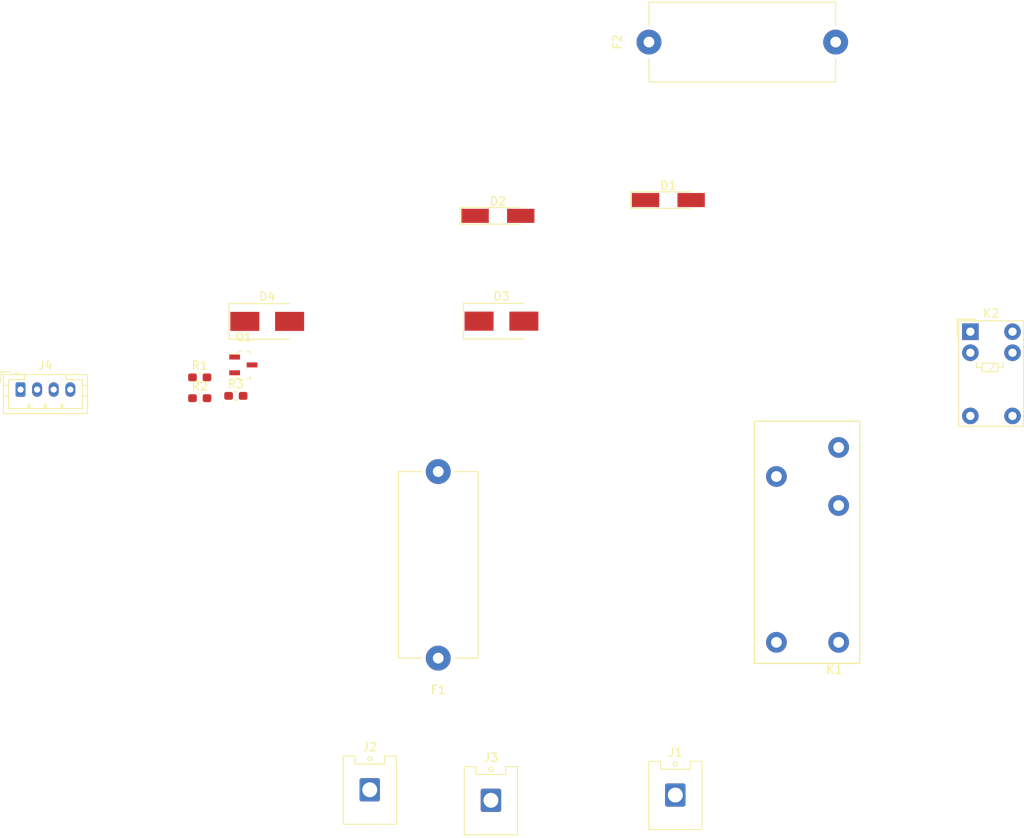
<source format=kicad_pcb>
(kicad_pcb (version 20171130) (host pcbnew 5.1.6-c6e7f7d~87~ubuntu18.04.1)

  (general
    (thickness 1.6)
    (drawings 0)
    (tracks 0)
    (zones 0)
    (modules 16)
    (nets 14)
  )

  (page A4)
  (layers
    (0 F.Cu signal)
    (31 B.Cu signal)
    (32 B.Adhes user)
    (33 F.Adhes user)
    (34 B.Paste user)
    (35 F.Paste user)
    (36 B.SilkS user)
    (37 F.SilkS user)
    (38 B.Mask user)
    (39 F.Mask user)
    (40 Dwgs.User user)
    (41 Cmts.User user)
    (42 Eco1.User user)
    (43 Eco2.User user)
    (44 Edge.Cuts user)
    (45 Margin user)
    (46 B.CrtYd user)
    (47 F.CrtYd user)
    (48 B.Fab user hide)
    (49 F.Fab user hide)
  )

  (setup
    (last_trace_width 0.25)
    (trace_clearance 0.2)
    (zone_clearance 0.508)
    (zone_45_only no)
    (trace_min 0.2)
    (via_size 0.8)
    (via_drill 0.4)
    (via_min_size 0.4)
    (via_min_drill 0.3)
    (uvia_size 0.3)
    (uvia_drill 0.1)
    (uvias_allowed no)
    (uvia_min_size 0.2)
    (uvia_min_drill 0.1)
    (edge_width 0.05)
    (segment_width 0.2)
    (pcb_text_width 0.3)
    (pcb_text_size 1.5 1.5)
    (mod_edge_width 0.12)
    (mod_text_size 1 1)
    (mod_text_width 0.15)
    (pad_size 1.524 1.524)
    (pad_drill 0.762)
    (pad_to_mask_clearance 0.05)
    (aux_axis_origin 0 0)
    (visible_elements FFFFFF7F)
    (pcbplotparams
      (layerselection 0x010fc_ffffffff)
      (usegerberextensions false)
      (usegerberattributes true)
      (usegerberadvancedattributes true)
      (creategerberjobfile true)
      (excludeedgelayer true)
      (linewidth 0.100000)
      (plotframeref false)
      (viasonmask false)
      (mode 1)
      (useauxorigin false)
      (hpglpennumber 1)
      (hpglpenspeed 20)
      (hpglpendiameter 15.000000)
      (psnegative false)
      (psa4output false)
      (plotreference true)
      (plotvalue true)
      (plotinvisibletext false)
      (padsonsilk false)
      (subtractmaskfromsilk false)
      (outputformat 1)
      (mirror false)
      (drillshape 1)
      (scaleselection 1)
      (outputdirectory ""))
  )

  (net 0 "")
  (net 1 "Net-(D1-Pad2)")
  (net 2 /pre/discharge/SHDN_IN)
  (net 3 GND)
  (net 4 /pre/discharge/AIR_B+)
  (net 5 "Net-(F1-Pad1)")
  (net 6 "Net-(F1-Pad2)")
  (net 7 "Net-(F2-Pad1)")
  (net 8 "Net-(F2-Pad2)")
  (net 9 "Net-(J3-Pad1)")
  (net 10 "Net-(K1-Pad5)")
  (net 11 "Net-(Q1-Pad1)")
  (net 12 "Net-(Q1-Pad2)")
  (net 13 /pre/discharge/PRECHARGE)

  (net_class Default "This is the default net class."
    (clearance 0.2)
    (trace_width 0.25)
    (via_dia 0.8)
    (via_drill 0.4)
    (uvia_dia 0.3)
    (uvia_drill 0.1)
    (add_net /pre/discharge/AIR_B+)
    (add_net /pre/discharge/MAIN_CONT)
    (add_net /pre/discharge/PRECHARGE)
    (add_net /pre/discharge/SHDN_IN)
    (add_net GND)
    (add_net "Net-(D1-Pad2)")
    (add_net "Net-(D2-Pad1)")
    (add_net "Net-(F1-Pad1)")
    (add_net "Net-(F1-Pad2)")
    (add_net "Net-(F2-Pad1)")
    (add_net "Net-(F2-Pad2)")
    (add_net "Net-(J3-Pad1)")
    (add_net "Net-(K1-Pad5)")
    (add_net "Net-(K2-Pad1)")
    (add_net "Net-(Q1-Pad1)")
    (add_net "Net-(Q1-Pad2)")
  )

  (module AERO_CUSTOM:G2RL (layer F.Cu) (tedit 5DD0CD17) (tstamp 5FA2D257)
    (at 165.1 104.14 90)
    (path /5FA4E758/5FA581F7)
    (fp_text reference K1 (at -16.002 3.302) (layer F.SilkS)
      (effects (font (size 1 1) (thickness 0.15)))
    )
    (fp_text value G2RL (at -1.27 -3.81 90) (layer F.Fab)
      (effects (font (size 1 1) (thickness 0.15)))
    )
    (fp_line (start -15.24 -6.35) (end 13.97 -6.35) (layer F.SilkS) (width 0.15))
    (fp_line (start 13.97 -6.35) (end 13.97 6.35) (layer F.SilkS) (width 0.15))
    (fp_line (start 13.97 6.35) (end -15.24 6.35) (layer F.SilkS) (width 0.15))
    (fp_line (start -15.24 6.35) (end -15.24 -6.35) (layer F.SilkS) (width 0.15))
    (pad 1 thru_hole circle (at 3.8 3.81 90) (size 2.5 2.5) (drill 1.3) (layers *.Cu *.Mask)
      (net 5 "Net-(F1-Pad1)"))
    (pad 5 thru_hole circle (at 7.3 -3.69 90) (size 2.5 2.5) (drill 1.3) (layers *.Cu *.Mask)
      (net 10 "Net-(K1-Pad5)"))
    (pad 10 thru_hole circle (at 10.8 3.81 90) (size 2.5 2.5) (drill 1.3) (layers *.Cu *.Mask)
      (net 7 "Net-(F2-Pad1)"))
    (pad 2 thru_hole circle (at -12.7 -3.69 90) (size 2.5 2.5) (drill 1.3) (layers *.Cu *.Mask)
      (net 2 /pre/discharge/SHDN_IN))
    (pad 9 thru_hole circle (at -12.7 3.81 90) (size 2.5 2.5) (drill 1.3) (layers *.Cu *.Mask)
      (net 1 "Net-(D1-Pad2)"))
    (model ${AERO_3D}/G2RL.STEP
      (offset (xyz -0.635 0 0))
      (scale (xyz 1 1 1))
      (rotate (xyz -90 0 0))
    )
  )

  (module Resistor_SMD:R_0603_1608Metric_Pad1.05x0.95mm_HandSolder (layer F.Cu) (tedit 5B301BBD) (tstamp 5FA2D2C9)
    (at 96.255 87.115)
    (descr "Resistor SMD 0603 (1608 Metric), square (rectangular) end terminal, IPC_7351 nominal with elongated pad for handsoldering. (Body size source: http://www.tortai-tech.com/upload/download/2011102023233369053.pdf), generated with kicad-footprint-generator")
    (tags "resistor handsolder")
    (path /5FA4E758/5FA7C7E5)
    (attr smd)
    (fp_text reference R3 (at 0 -1.43) (layer F.SilkS)
      (effects (font (size 1 1) (thickness 0.15)))
    )
    (fp_text value R (at 0 1.43) (layer F.Fab)
      (effects (font (size 1 1) (thickness 0.15)))
    )
    (fp_text user %R (at 0 0) (layer F.Fab)
      (effects (font (size 0.4 0.4) (thickness 0.06)))
    )
    (fp_line (start -0.8 0.4) (end -0.8 -0.4) (layer F.Fab) (width 0.1))
    (fp_line (start -0.8 -0.4) (end 0.8 -0.4) (layer F.Fab) (width 0.1))
    (fp_line (start 0.8 -0.4) (end 0.8 0.4) (layer F.Fab) (width 0.1))
    (fp_line (start 0.8 0.4) (end -0.8 0.4) (layer F.Fab) (width 0.1))
    (fp_line (start -0.171267 -0.51) (end 0.171267 -0.51) (layer F.SilkS) (width 0.12))
    (fp_line (start -0.171267 0.51) (end 0.171267 0.51) (layer F.SilkS) (width 0.12))
    (fp_line (start -1.65 0.73) (end -1.65 -0.73) (layer F.CrtYd) (width 0.05))
    (fp_line (start -1.65 -0.73) (end 1.65 -0.73) (layer F.CrtYd) (width 0.05))
    (fp_line (start 1.65 -0.73) (end 1.65 0.73) (layer F.CrtYd) (width 0.05))
    (fp_line (start 1.65 0.73) (end -1.65 0.73) (layer F.CrtYd) (width 0.05))
    (pad 2 smd roundrect (at 0.875 0) (size 1.05 0.95) (layers F.Cu F.Paste F.Mask) (roundrect_rratio 0.25)
      (net 12 "Net-(Q1-Pad2)"))
    (pad 1 smd roundrect (at -0.875 0) (size 1.05 0.95) (layers F.Cu F.Paste F.Mask) (roundrect_rratio 0.25)
      (net 13 /pre/discharge/PRECHARGE))
    (model ${KISYS3DMOD}/Resistor_SMD.3dshapes/R_0603_1608Metric.wrl
      (at (xyz 0 0 0))
      (scale (xyz 1 1 1))
      (rotate (xyz 0 0 0))
    )
  )

  (module Resistor_SMD:R_0603_1608Metric_Pad1.05x0.95mm_HandSolder (layer F.Cu) (tedit 5B301BBD) (tstamp 5FA2D2B8)
    (at 91.905 87.395)
    (descr "Resistor SMD 0603 (1608 Metric), square (rectangular) end terminal, IPC_7351 nominal with elongated pad for handsoldering. (Body size source: http://www.tortai-tech.com/upload/download/2011102023233369053.pdf), generated with kicad-footprint-generator")
    (tags "resistor handsolder")
    (path /5FA4E758/5FA7C35B)
    (attr smd)
    (fp_text reference R2 (at 0 -1.43) (layer F.SilkS)
      (effects (font (size 1 1) (thickness 0.15)))
    )
    (fp_text value R (at 0 1.43) (layer F.Fab)
      (effects (font (size 1 1) (thickness 0.15)))
    )
    (fp_text user %R (at 0 0) (layer F.Fab)
      (effects (font (size 0.4 0.4) (thickness 0.06)))
    )
    (fp_line (start -0.8 0.4) (end -0.8 -0.4) (layer F.Fab) (width 0.1))
    (fp_line (start -0.8 -0.4) (end 0.8 -0.4) (layer F.Fab) (width 0.1))
    (fp_line (start 0.8 -0.4) (end 0.8 0.4) (layer F.Fab) (width 0.1))
    (fp_line (start 0.8 0.4) (end -0.8 0.4) (layer F.Fab) (width 0.1))
    (fp_line (start -0.171267 -0.51) (end 0.171267 -0.51) (layer F.SilkS) (width 0.12))
    (fp_line (start -0.171267 0.51) (end 0.171267 0.51) (layer F.SilkS) (width 0.12))
    (fp_line (start -1.65 0.73) (end -1.65 -0.73) (layer F.CrtYd) (width 0.05))
    (fp_line (start -1.65 -0.73) (end 1.65 -0.73) (layer F.CrtYd) (width 0.05))
    (fp_line (start 1.65 -0.73) (end 1.65 0.73) (layer F.CrtYd) (width 0.05))
    (fp_line (start 1.65 0.73) (end -1.65 0.73) (layer F.CrtYd) (width 0.05))
    (pad 2 smd roundrect (at 0.875 0) (size 1.05 0.95) (layers F.Cu F.Paste F.Mask) (roundrect_rratio 0.25)
      (net 11 "Net-(Q1-Pad1)"))
    (pad 1 smd roundrect (at -0.875 0) (size 1.05 0.95) (layers F.Cu F.Paste F.Mask) (roundrect_rratio 0.25)
      (net 13 /pre/discharge/PRECHARGE))
    (model ${KISYS3DMOD}/Resistor_SMD.3dshapes/R_0603_1608Metric.wrl
      (at (xyz 0 0 0))
      (scale (xyz 1 1 1))
      (rotate (xyz 0 0 0))
    )
  )

  (module Resistor_SMD:R_0603_1608Metric_Pad1.05x0.95mm_HandSolder (layer F.Cu) (tedit 5B301BBD) (tstamp 5FA2D2A7)
    (at 91.905 84.885)
    (descr "Resistor SMD 0603 (1608 Metric), square (rectangular) end terminal, IPC_7351 nominal with elongated pad for handsoldering. (Body size source: http://www.tortai-tech.com/upload/download/2011102023233369053.pdf), generated with kicad-footprint-generator")
    (tags "resistor handsolder")
    (path /5FA4E758/5FA581F1)
    (attr smd)
    (fp_text reference R1 (at 0 -1.43) (layer F.SilkS)
      (effects (font (size 1 1) (thickness 0.15)))
    )
    (fp_text value R (at 0 1.43) (layer F.Fab)
      (effects (font (size 1 1) (thickness 0.15)))
    )
    (fp_text user %R (at 0 0) (layer F.Fab)
      (effects (font (size 0.4 0.4) (thickness 0.06)))
    )
    (fp_line (start -0.8 0.4) (end -0.8 -0.4) (layer F.Fab) (width 0.1))
    (fp_line (start -0.8 -0.4) (end 0.8 -0.4) (layer F.Fab) (width 0.1))
    (fp_line (start 0.8 -0.4) (end 0.8 0.4) (layer F.Fab) (width 0.1))
    (fp_line (start 0.8 0.4) (end -0.8 0.4) (layer F.Fab) (width 0.1))
    (fp_line (start -0.171267 -0.51) (end 0.171267 -0.51) (layer F.SilkS) (width 0.12))
    (fp_line (start -0.171267 0.51) (end 0.171267 0.51) (layer F.SilkS) (width 0.12))
    (fp_line (start -1.65 0.73) (end -1.65 -0.73) (layer F.CrtYd) (width 0.05))
    (fp_line (start -1.65 -0.73) (end 1.65 -0.73) (layer F.CrtYd) (width 0.05))
    (fp_line (start 1.65 -0.73) (end 1.65 0.73) (layer F.CrtYd) (width 0.05))
    (fp_line (start 1.65 0.73) (end -1.65 0.73) (layer F.CrtYd) (width 0.05))
    (pad 2 smd roundrect (at 0.875 0) (size 1.05 0.95) (layers F.Cu F.Paste F.Mask) (roundrect_rratio 0.25)
      (net 9 "Net-(J3-Pad1)"))
    (pad 1 smd roundrect (at -0.875 0) (size 1.05 0.95) (layers F.Cu F.Paste F.Mask) (roundrect_rratio 0.25)
      (net 10 "Net-(K1-Pad5)"))
    (model ${KISYS3DMOD}/Resistor_SMD.3dshapes/R_0603_1608Metric.wrl
      (at (xyz 0 0 0))
      (scale (xyz 1 1 1))
      (rotate (xyz 0 0 0))
    )
  )

  (module DigiKey_Lib:SOT-23-3 (layer F.Cu) (tedit 5D28A5E3) (tstamp 5FA2D296)
    (at 97.16 83.385)
    (path /5FA4E758/5FA7B6ED)
    (attr smd)
    (fp_text reference Q1 (at 0.025 -3.375) (layer F.SilkS)
      (effects (font (size 1 1) (thickness 0.15)))
    )
    (fp_text value MMBT2222A (at 0.025 3.25) (layer F.Fab)
      (effects (font (size 1 1) (thickness 0.15)))
    )
    (fp_text user %R (at -0.125 0.15) (layer F.Fab)
      (effects (font (size 0.25 0.25) (thickness 0.05)))
    )
    (fp_line (start -1.825 -1.95) (end 1.825 -1.95) (layer F.CrtYd) (width 0.05))
    (fp_line (start -1.825 -1.95) (end -1.825 1.95) (layer F.CrtYd) (width 0.05))
    (fp_line (start 1.825 1.95) (end -1.825 1.95) (layer F.CrtYd) (width 0.05))
    (fp_line (start 1.825 -1.95) (end 1.825 1.95) (layer F.CrtYd) (width 0.05))
    (fp_line (start -0.175 -1.65) (end -0.45 -1.65) (layer F.SilkS) (width 0.1))
    (fp_line (start -0.45 -1.65) (end -0.825 -1.375) (layer F.SilkS) (width 0.1))
    (fp_line (start -0.825 -1.375) (end -0.825 -1.325) (layer F.SilkS) (width 0.1))
    (fp_line (start -0.825 -1.325) (end -1.6 -1.325) (layer F.SilkS) (width 0.1))
    (fp_line (start -0.7 -1.325) (end -0.7 1.525) (layer F.Fab) (width 0.1))
    (fp_line (start -0.425 -1.525) (end 0.7 -1.525) (layer F.Fab) (width 0.1))
    (fp_line (start -0.425 -1.525) (end -0.7 -1.325) (layer F.Fab) (width 0.1))
    (fp_line (start -0.35 1.65) (end -0.825 1.65) (layer F.SilkS) (width 0.1))
    (fp_line (start -0.825 1.65) (end -0.825 1.3) (layer F.SilkS) (width 0.1))
    (fp_line (start 0.825 1.425) (end 0.825 1.3) (layer F.SilkS) (width 0.1))
    (fp_line (start 0.825 1.35) (end 0.825 1.65) (layer F.SilkS) (width 0.1))
    (fp_line (start 0.825 1.65) (end 0.375 1.65) (layer F.SilkS) (width 0.1))
    (fp_line (start 0.45 -1.65) (end 0.825 -1.65) (layer F.SilkS) (width 0.1))
    (fp_line (start 0.825 -1.65) (end 0.825 -1.35) (layer F.SilkS) (width 0.1))
    (fp_line (start -0.7 1.52) (end 0.7 1.52) (layer F.Fab) (width 0.1))
    (fp_line (start 0.7 1.52) (end 0.7 -1.52) (layer F.Fab) (width 0.1))
    (pad 1 smd rect (at -1.05 -0.95) (size 1.3 0.6) (layers F.Cu F.Paste F.Mask)
      (net 11 "Net-(Q1-Pad1)") (solder_mask_margin 0.07))
    (pad 2 smd rect (at -1.05 0.95) (size 1.3 0.6) (layers F.Cu F.Paste F.Mask)
      (net 12 "Net-(Q1-Pad2)") (solder_mask_margin 0.07))
    (pad 3 smd rect (at 1.05 0) (size 1.3 0.6) (layers F.Cu F.Paste F.Mask)
      (net 1 "Net-(D1-Pad2)") (solder_mask_margin 0.07))
  )

  (module Relay_THT:Relay_SPDT_Omron_G5V-1 (layer F.Cu) (tedit 5A57D9C3) (tstamp 5FA2D27A)
    (at 184.785 79.375)
    (descr "Relay Omron G5V-1, see http://omronfs.omron.com/en_US/ecb/products/pdf/en-g5v_1.pdf")
    (tags "Relay Omron G5V-1")
    (path /5FA4E758/5FA58209)
    (fp_text reference K2 (at 2.5 -2.2) (layer F.SilkS)
      (effects (font (size 1 1) (thickness 0.15)))
    )
    (fp_text value G5V-1 (at 2.5 12.5) (layer F.Fab)
      (effects (font (size 1 1) (thickness 0.15)))
    )
    (fp_text user %R (at 2.54 6.35) (layer F.Fab)
      (effects (font (size 1 1) (thickness 0.15)))
    )
    (fp_line (start -1.6 -1.5) (end 0.6 -1.5) (layer F.SilkS) (width 0.12))
    (fp_line (start -1.6 0.6) (end -1.6 -1.5) (layer F.SilkS) (width 0.12))
    (fp_line (start -1.4 11.4) (end -1.4 -1.3) (layer F.SilkS) (width 0.12))
    (fp_line (start 6.4 11.4) (end -1.4 11.4) (layer F.SilkS) (width 0.12))
    (fp_line (start 6.4 -1.3) (end 6.4 11.4) (layer F.SilkS) (width 0.12))
    (fp_line (start -1.4 -1.3) (end 6.4 -1.3) (layer F.SilkS) (width 0.12))
    (fp_line (start -1.2 -0.1) (end -0.1 -1.1) (layer F.Fab) (width 0.12))
    (fp_line (start -1.2 11.2) (end -1.2 -0.1) (layer F.Fab) (width 0.12))
    (fp_line (start 6.2 11.2) (end -1.2 11.2) (layer F.Fab) (width 0.12))
    (fp_line (start 6.2 -1.1) (end 6.2 11.2) (layer F.Fab) (width 0.12))
    (fp_line (start -0.1 -1.1) (end 6.2 -1.1) (layer F.Fab) (width 0.12))
    (fp_line (start 2.946 3.81) (end 2.311 4.826) (layer F.SilkS) (width 0.12))
    (fp_line (start 0.762 3.683) (end 0.762 4.318) (layer F.SilkS) (width 0.12))
    (fp_line (start 0.762 4.318) (end 1.422 4.318) (layer F.SilkS) (width 0.12))
    (fp_line (start 3.962 3.683) (end 3.962 4.318) (layer F.SilkS) (width 0.12))
    (fp_line (start 3.962 4.318) (end 3.327 4.318) (layer F.SilkS) (width 0.12))
    (fp_line (start 3.327 3.81) (end 1.422 3.81) (layer F.SilkS) (width 0.12))
    (fp_line (start 1.422 3.81) (end 1.422 4.826) (layer F.SilkS) (width 0.12))
    (fp_line (start 1.422 4.826) (end 3.327 4.826) (layer F.SilkS) (width 0.12))
    (fp_line (start 3.327 3.81) (end 3.327 4.826) (layer F.SilkS) (width 0.12))
    (fp_line (start -1.45 -1.35) (end 6.45 -1.35) (layer F.CrtYd) (width 0.05))
    (fp_line (start -1.45 -1.35) (end -1.45 11.45) (layer F.CrtYd) (width 0.05))
    (fp_line (start 6.45 11.45) (end 6.45 -1.35) (layer F.CrtYd) (width 0.05))
    (fp_line (start 6.45 11.45) (end -1.45 11.45) (layer F.CrtYd) (width 0.05))
    (pad 5 thru_hole circle (at 0 10.16) (size 2 2) (drill 1) (layers *.Cu *.Mask)
      (net 4 /pre/discharge/AIR_B+))
    (pad 6 thru_hole circle (at 5.08 10.16) (size 2 2) (drill 1) (layers *.Cu *.Mask)
      (net 4 /pre/discharge/AIR_B+))
    (pad 2 thru_hole circle (at 0 2.54) (size 2 2) (drill 1) (layers *.Cu *.Mask))
    (pad 1 thru_hole rect (at 0 0) (size 2 2) (drill 1) (layers *.Cu *.Mask))
    (pad 9 thru_hole circle (at 5.08 2.54) (size 2 2) (drill 1) (layers *.Cu *.Mask)
      (net 3 GND))
    (pad 10 thru_hole circle (at 5.08 0) (size 2 2) (drill 1) (layers *.Cu *.Mask)
      (net 2 /pre/discharge/SHDN_IN))
    (model ${KISYS3DMOD}/Relay_THT.3dshapes/Relay_SPDT_Omron_G5V-1.wrl
      (at (xyz 0 0 0))
      (scale (xyz 1 1 1))
      (rotate (xyz 0 0 0))
    )
  )

  (module Connector_JST:JST_PH_B4B-PH-K_1x04_P2.00mm_Vertical (layer F.Cu) (tedit 5B7745C2) (tstamp 5FA2D234)
    (at 70.305 86.355)
    (descr "JST PH series connector, B4B-PH-K (http://www.jst-mfg.com/product/pdf/eng/ePH.pdf), generated with kicad-footprint-generator")
    (tags "connector JST PH side entry")
    (path /5FA4E758/5FA9D276)
    (fp_text reference J4 (at 3 -2.9) (layer F.SilkS)
      (effects (font (size 1 1) (thickness 0.15)))
    )
    (fp_text value "JST PH" (at 3 4) (layer F.Fab)
      (effects (font (size 1 1) (thickness 0.15)))
    )
    (fp_text user %R (at 3 1.5) (layer F.Fab)
      (effects (font (size 1 1) (thickness 0.15)))
    )
    (fp_line (start -2.06 -1.81) (end -2.06 2.91) (layer F.SilkS) (width 0.12))
    (fp_line (start -2.06 2.91) (end 8.06 2.91) (layer F.SilkS) (width 0.12))
    (fp_line (start 8.06 2.91) (end 8.06 -1.81) (layer F.SilkS) (width 0.12))
    (fp_line (start 8.06 -1.81) (end -2.06 -1.81) (layer F.SilkS) (width 0.12))
    (fp_line (start -0.3 -1.81) (end -0.3 -2.01) (layer F.SilkS) (width 0.12))
    (fp_line (start -0.3 -2.01) (end -0.6 -2.01) (layer F.SilkS) (width 0.12))
    (fp_line (start -0.6 -2.01) (end -0.6 -1.81) (layer F.SilkS) (width 0.12))
    (fp_line (start -0.3 -1.91) (end -0.6 -1.91) (layer F.SilkS) (width 0.12))
    (fp_line (start 0.5 -1.81) (end 0.5 -1.2) (layer F.SilkS) (width 0.12))
    (fp_line (start 0.5 -1.2) (end -1.45 -1.2) (layer F.SilkS) (width 0.12))
    (fp_line (start -1.45 -1.2) (end -1.45 2.3) (layer F.SilkS) (width 0.12))
    (fp_line (start -1.45 2.3) (end 7.45 2.3) (layer F.SilkS) (width 0.12))
    (fp_line (start 7.45 2.3) (end 7.45 -1.2) (layer F.SilkS) (width 0.12))
    (fp_line (start 7.45 -1.2) (end 5.5 -1.2) (layer F.SilkS) (width 0.12))
    (fp_line (start 5.5 -1.2) (end 5.5 -1.81) (layer F.SilkS) (width 0.12))
    (fp_line (start -2.06 -0.5) (end -1.45 -0.5) (layer F.SilkS) (width 0.12))
    (fp_line (start -2.06 0.8) (end -1.45 0.8) (layer F.SilkS) (width 0.12))
    (fp_line (start 8.06 -0.5) (end 7.45 -0.5) (layer F.SilkS) (width 0.12))
    (fp_line (start 8.06 0.8) (end 7.45 0.8) (layer F.SilkS) (width 0.12))
    (fp_line (start 0.9 2.3) (end 0.9 1.8) (layer F.SilkS) (width 0.12))
    (fp_line (start 0.9 1.8) (end 1.1 1.8) (layer F.SilkS) (width 0.12))
    (fp_line (start 1.1 1.8) (end 1.1 2.3) (layer F.SilkS) (width 0.12))
    (fp_line (start 1 2.3) (end 1 1.8) (layer F.SilkS) (width 0.12))
    (fp_line (start 2.9 2.3) (end 2.9 1.8) (layer F.SilkS) (width 0.12))
    (fp_line (start 2.9 1.8) (end 3.1 1.8) (layer F.SilkS) (width 0.12))
    (fp_line (start 3.1 1.8) (end 3.1 2.3) (layer F.SilkS) (width 0.12))
    (fp_line (start 3 2.3) (end 3 1.8) (layer F.SilkS) (width 0.12))
    (fp_line (start 4.9 2.3) (end 4.9 1.8) (layer F.SilkS) (width 0.12))
    (fp_line (start 4.9 1.8) (end 5.1 1.8) (layer F.SilkS) (width 0.12))
    (fp_line (start 5.1 1.8) (end 5.1 2.3) (layer F.SilkS) (width 0.12))
    (fp_line (start 5 2.3) (end 5 1.8) (layer F.SilkS) (width 0.12))
    (fp_line (start -1.11 -2.11) (end -2.36 -2.11) (layer F.SilkS) (width 0.12))
    (fp_line (start -2.36 -2.11) (end -2.36 -0.86) (layer F.SilkS) (width 0.12))
    (fp_line (start -1.11 -2.11) (end -2.36 -2.11) (layer F.Fab) (width 0.1))
    (fp_line (start -2.36 -2.11) (end -2.36 -0.86) (layer F.Fab) (width 0.1))
    (fp_line (start -1.95 -1.7) (end -1.95 2.8) (layer F.Fab) (width 0.1))
    (fp_line (start -1.95 2.8) (end 7.95 2.8) (layer F.Fab) (width 0.1))
    (fp_line (start 7.95 2.8) (end 7.95 -1.7) (layer F.Fab) (width 0.1))
    (fp_line (start 7.95 -1.7) (end -1.95 -1.7) (layer F.Fab) (width 0.1))
    (fp_line (start -2.45 -2.2) (end -2.45 3.3) (layer F.CrtYd) (width 0.05))
    (fp_line (start -2.45 3.3) (end 8.45 3.3) (layer F.CrtYd) (width 0.05))
    (fp_line (start 8.45 3.3) (end 8.45 -2.2) (layer F.CrtYd) (width 0.05))
    (fp_line (start 8.45 -2.2) (end -2.45 -2.2) (layer F.CrtYd) (width 0.05))
    (pad 4 thru_hole oval (at 6 0) (size 1.2 1.75) (drill 0.75) (layers *.Cu *.Mask)
      (net 3 GND))
    (pad 3 thru_hole oval (at 4 0) (size 1.2 1.75) (drill 0.75) (layers *.Cu *.Mask)
      (net 3 GND))
    (pad 2 thru_hole oval (at 2 0) (size 1.2 1.75) (drill 0.75) (layers *.Cu *.Mask)
      (net 4 /pre/discharge/AIR_B+))
    (pad 1 thru_hole roundrect (at 0 0) (size 1.2 1.75) (drill 0.75) (layers *.Cu *.Mask) (roundrect_rratio 0.208333)
      (net 2 /pre/discharge/SHDN_IN))
    (model ${KISYS3DMOD}/Connector_JST.3dshapes/JST_PH_B4B-PH-K_1x04_P2.00mm_Vertical.wrl
      (at (xyz 0 0 0))
      (scale (xyz 1 1 1))
      (rotate (xyz 0 0 0))
    )
  )

  (module Connector_Hirose:Hirose_DF63R-1P-3.96DSA_1x01_P3.96mm_Vertical (layer F.Cu) (tedit 5D127D5A) (tstamp 5FA2D200)
    (at 127 135.89)
    (descr "Hirose DF63 through hole, DF63R-1P-3.96DSA, 1 Pins per row (https://www.hirose.com/product/en/products/DF63/), generated with kicad-footprint-generator")
    (tags "connector Hirose DF63 vertical")
    (path /5FA4E758/5FA59BC5)
    (fp_text reference J3 (at 0 -5.15) (layer F.SilkS)
      (effects (font (size 1 1) (thickness 0.15)))
    )
    (fp_text value "DF22-1P-7.92DSA(05)" (at 0 5.25) (layer F.Fab)
      (effects (font (size 1 1) (thickness 0.15)))
    )
    (fp_text user %R (at 0 -3.75) (layer F.Fab)
      (effects (font (size 1 1) (thickness 0.15)))
    )
    (fp_circle (center 0 -3.75) (end 0.25 -3.75) (layer F.SilkS) (width 0.12))
    (fp_line (start 0 4.05) (end -3.1 4.05) (layer F.Fab) (width 0.1))
    (fp_line (start -3.1 4.05) (end -3.1 -3.95) (layer F.Fab) (width 0.1))
    (fp_line (start -3.1 -3.95) (end -1.9 -3.95) (layer F.Fab) (width 0.1))
    (fp_line (start -1.9 -3.95) (end -1.9 -3) (layer F.Fab) (width 0.1))
    (fp_line (start -1.9 -3) (end 0 -3) (layer F.Fab) (width 0.1))
    (fp_line (start 0 4.05) (end 3.1 4.05) (layer F.Fab) (width 0.1))
    (fp_line (start 3.1 4.05) (end 3.1 -3.95) (layer F.Fab) (width 0.1))
    (fp_line (start 3.1 -3.95) (end 1.9 -3.95) (layer F.Fab) (width 0.1))
    (fp_line (start 1.9 -3.95) (end 1.9 -3) (layer F.Fab) (width 0.1))
    (fp_line (start 1.9 -3) (end 0 -3) (layer F.Fab) (width 0.1))
    (fp_line (start 0 4.16) (end -3.21 4.16) (layer F.SilkS) (width 0.12))
    (fp_line (start -3.21 4.16) (end -3.21 -4.06) (layer F.SilkS) (width 0.12))
    (fp_line (start -3.21 -4.06) (end -1.79 -4.06) (layer F.SilkS) (width 0.12))
    (fp_line (start -1.79 -4.06) (end -1.79 -3.11) (layer F.SilkS) (width 0.12))
    (fp_line (start -1.79 -3.11) (end 0 -3.11) (layer F.SilkS) (width 0.12))
    (fp_line (start 0 4.16) (end 3.21 4.16) (layer F.SilkS) (width 0.12))
    (fp_line (start 3.21 4.16) (end 3.21 -4.06) (layer F.SilkS) (width 0.12))
    (fp_line (start 3.21 -4.06) (end 1.79 -4.06) (layer F.SilkS) (width 0.12))
    (fp_line (start 1.79 -4.06) (end 1.79 -3.11) (layer F.SilkS) (width 0.12))
    (fp_line (start 1.79 -3.11) (end 0 -3.11) (layer F.SilkS) (width 0.12))
    (fp_line (start -1 -3) (end 0 -1.585786) (layer F.Fab) (width 0.1))
    (fp_line (start 0 -1.585786) (end 1 -3) (layer F.Fab) (width 0.1))
    (fp_line (start -3.6 -4.45) (end -3.6 4.55) (layer F.CrtYd) (width 0.05))
    (fp_line (start -3.6 4.55) (end 3.6 4.55) (layer F.CrtYd) (width 0.05))
    (fp_line (start 3.6 4.55) (end 3.6 -4.45) (layer F.CrtYd) (width 0.05))
    (fp_line (start 3.6 -4.45) (end -3.6 -4.45) (layer F.CrtYd) (width 0.05))
    (pad "" np_thru_hole circle (at 1.5 3.25) (size 1.6 1.6) (drill 1.6) (layers *.Cu *.Mask))
    (pad 1 thru_hole roundrect (at 0 0) (size 2.46 2.8) (drill 1.8) (layers *.Cu *.Mask) (roundrect_rratio 0.101626)
      (net 9 "Net-(J3-Pad1)"))
    (model ${KISYS3DMOD}/Connector_Hirose.3dshapes/Hirose_DF63R-1P-3.96DSA_1x01_P3.96mm_Vertical.wrl
      (at (xyz 0 0 0))
      (scale (xyz 1 1 1))
      (rotate (xyz 0 0 0))
    )
  )

  (module Connector_Hirose:Hirose_DF63R-1P-3.96DSA_1x01_P3.96mm_Vertical (layer F.Cu) (tedit 5D127D5A) (tstamp 5FA2D1DE)
    (at 112.395 134.62)
    (descr "Hirose DF63 through hole, DF63R-1P-3.96DSA, 1 Pins per row (https://www.hirose.com/product/en/products/DF63/), generated with kicad-footprint-generator")
    (tags "connector Hirose DF63 vertical")
    (path /5FA4E758/5FA5A5E5)
    (fp_text reference J2 (at 0 -5.15) (layer F.SilkS)
      (effects (font (size 1 1) (thickness 0.15)))
    )
    (fp_text value "DF22-1P-7.92DSA(05)" (at 0 5.25) (layer F.Fab)
      (effects (font (size 1 1) (thickness 0.15)))
    )
    (fp_text user %R (at 0 -3.75) (layer F.Fab)
      (effects (font (size 1 1) (thickness 0.15)))
    )
    (fp_circle (center 0 -3.75) (end 0.25 -3.75) (layer F.SilkS) (width 0.12))
    (fp_line (start 0 4.05) (end -3.1 4.05) (layer F.Fab) (width 0.1))
    (fp_line (start -3.1 4.05) (end -3.1 -3.95) (layer F.Fab) (width 0.1))
    (fp_line (start -3.1 -3.95) (end -1.9 -3.95) (layer F.Fab) (width 0.1))
    (fp_line (start -1.9 -3.95) (end -1.9 -3) (layer F.Fab) (width 0.1))
    (fp_line (start -1.9 -3) (end 0 -3) (layer F.Fab) (width 0.1))
    (fp_line (start 0 4.05) (end 3.1 4.05) (layer F.Fab) (width 0.1))
    (fp_line (start 3.1 4.05) (end 3.1 -3.95) (layer F.Fab) (width 0.1))
    (fp_line (start 3.1 -3.95) (end 1.9 -3.95) (layer F.Fab) (width 0.1))
    (fp_line (start 1.9 -3.95) (end 1.9 -3) (layer F.Fab) (width 0.1))
    (fp_line (start 1.9 -3) (end 0 -3) (layer F.Fab) (width 0.1))
    (fp_line (start 0 4.16) (end -3.21 4.16) (layer F.SilkS) (width 0.12))
    (fp_line (start -3.21 4.16) (end -3.21 -4.06) (layer F.SilkS) (width 0.12))
    (fp_line (start -3.21 -4.06) (end -1.79 -4.06) (layer F.SilkS) (width 0.12))
    (fp_line (start -1.79 -4.06) (end -1.79 -3.11) (layer F.SilkS) (width 0.12))
    (fp_line (start -1.79 -3.11) (end 0 -3.11) (layer F.SilkS) (width 0.12))
    (fp_line (start 0 4.16) (end 3.21 4.16) (layer F.SilkS) (width 0.12))
    (fp_line (start 3.21 4.16) (end 3.21 -4.06) (layer F.SilkS) (width 0.12))
    (fp_line (start 3.21 -4.06) (end 1.79 -4.06) (layer F.SilkS) (width 0.12))
    (fp_line (start 1.79 -4.06) (end 1.79 -3.11) (layer F.SilkS) (width 0.12))
    (fp_line (start 1.79 -3.11) (end 0 -3.11) (layer F.SilkS) (width 0.12))
    (fp_line (start -1 -3) (end 0 -1.585786) (layer F.Fab) (width 0.1))
    (fp_line (start 0 -1.585786) (end 1 -3) (layer F.Fab) (width 0.1))
    (fp_line (start -3.6 -4.45) (end -3.6 4.55) (layer F.CrtYd) (width 0.05))
    (fp_line (start -3.6 4.55) (end 3.6 4.55) (layer F.CrtYd) (width 0.05))
    (fp_line (start 3.6 4.55) (end 3.6 -4.45) (layer F.CrtYd) (width 0.05))
    (fp_line (start 3.6 -4.45) (end -3.6 -4.45) (layer F.CrtYd) (width 0.05))
    (pad "" np_thru_hole circle (at 1.5 3.25) (size 1.6 1.6) (drill 1.6) (layers *.Cu *.Mask))
    (pad 1 thru_hole roundrect (at 0 0) (size 2.46 2.8) (drill 1.8) (layers *.Cu *.Mask) (roundrect_rratio 0.101626)
      (net 8 "Net-(F2-Pad2)"))
    (model ${KISYS3DMOD}/Connector_Hirose.3dshapes/Hirose_DF63R-1P-3.96DSA_1x01_P3.96mm_Vertical.wrl
      (at (xyz 0 0 0))
      (scale (xyz 1 1 1))
      (rotate (xyz 0 0 0))
    )
  )

  (module Connector_Hirose:Hirose_DF63R-1P-3.96DSA_1x01_P3.96mm_Vertical (layer F.Cu) (tedit 5D127D5A) (tstamp 5FA2D1BC)
    (at 149.225 135.255)
    (descr "Hirose DF63 through hole, DF63R-1P-3.96DSA, 1 Pins per row (https://www.hirose.com/product/en/products/DF63/), generated with kicad-footprint-generator")
    (tags "connector Hirose DF63 vertical")
    (path /5FA4E758/5FA589A1)
    (fp_text reference J1 (at 0 -5.15) (layer F.SilkS)
      (effects (font (size 1 1) (thickness 0.15)))
    )
    (fp_text value "DF22-1P-7.92DSA(05)" (at 0 5.25) (layer F.Fab)
      (effects (font (size 1 1) (thickness 0.15)))
    )
    (fp_text user %R (at 0 -3.75) (layer F.Fab)
      (effects (font (size 1 1) (thickness 0.15)))
    )
    (fp_circle (center 0 -3.75) (end 0.25 -3.75) (layer F.SilkS) (width 0.12))
    (fp_line (start 0 4.05) (end -3.1 4.05) (layer F.Fab) (width 0.1))
    (fp_line (start -3.1 4.05) (end -3.1 -3.95) (layer F.Fab) (width 0.1))
    (fp_line (start -3.1 -3.95) (end -1.9 -3.95) (layer F.Fab) (width 0.1))
    (fp_line (start -1.9 -3.95) (end -1.9 -3) (layer F.Fab) (width 0.1))
    (fp_line (start -1.9 -3) (end 0 -3) (layer F.Fab) (width 0.1))
    (fp_line (start 0 4.05) (end 3.1 4.05) (layer F.Fab) (width 0.1))
    (fp_line (start 3.1 4.05) (end 3.1 -3.95) (layer F.Fab) (width 0.1))
    (fp_line (start 3.1 -3.95) (end 1.9 -3.95) (layer F.Fab) (width 0.1))
    (fp_line (start 1.9 -3.95) (end 1.9 -3) (layer F.Fab) (width 0.1))
    (fp_line (start 1.9 -3) (end 0 -3) (layer F.Fab) (width 0.1))
    (fp_line (start 0 4.16) (end -3.21 4.16) (layer F.SilkS) (width 0.12))
    (fp_line (start -3.21 4.16) (end -3.21 -4.06) (layer F.SilkS) (width 0.12))
    (fp_line (start -3.21 -4.06) (end -1.79 -4.06) (layer F.SilkS) (width 0.12))
    (fp_line (start -1.79 -4.06) (end -1.79 -3.11) (layer F.SilkS) (width 0.12))
    (fp_line (start -1.79 -3.11) (end 0 -3.11) (layer F.SilkS) (width 0.12))
    (fp_line (start 0 4.16) (end 3.21 4.16) (layer F.SilkS) (width 0.12))
    (fp_line (start 3.21 4.16) (end 3.21 -4.06) (layer F.SilkS) (width 0.12))
    (fp_line (start 3.21 -4.06) (end 1.79 -4.06) (layer F.SilkS) (width 0.12))
    (fp_line (start 1.79 -4.06) (end 1.79 -3.11) (layer F.SilkS) (width 0.12))
    (fp_line (start 1.79 -3.11) (end 0 -3.11) (layer F.SilkS) (width 0.12))
    (fp_line (start -1 -3) (end 0 -1.585786) (layer F.Fab) (width 0.1))
    (fp_line (start 0 -1.585786) (end 1 -3) (layer F.Fab) (width 0.1))
    (fp_line (start -3.6 -4.45) (end -3.6 4.55) (layer F.CrtYd) (width 0.05))
    (fp_line (start -3.6 4.55) (end 3.6 4.55) (layer F.CrtYd) (width 0.05))
    (fp_line (start 3.6 4.55) (end 3.6 -4.45) (layer F.CrtYd) (width 0.05))
    (fp_line (start 3.6 -4.45) (end -3.6 -4.45) (layer F.CrtYd) (width 0.05))
    (pad "" np_thru_hole circle (at 1.5 3.25) (size 1.6 1.6) (drill 1.6) (layers *.Cu *.Mask))
    (pad 1 thru_hole roundrect (at 0 0) (size 2.46 2.8) (drill 1.8) (layers *.Cu *.Mask) (roundrect_rratio 0.101626)
      (net 6 "Net-(F1-Pad2)"))
    (model ${KISYS3DMOD}/Connector_Hirose.3dshapes/Hirose_DF63R-1P-3.96DSA_1x01_P3.96mm_Vertical.wrl
      (at (xyz 0 0 0))
      (scale (xyz 1 1 1))
      (rotate (xyz 0 0 0))
    )
  )

  (module AERO_CUSTOM:Fuseholder_Cylinder-5x20mm_Schurter_0031_8201_Horizontal_Open_3d (layer F.Cu) (tedit 5C5DE8C9) (tstamp 5FA2D19A)
    (at 146.05 44.45)
    (descr http://www.schurter.com/var/schurter/storage/ilcatalogue/files/document/datasheet/en/pdf/typ_OGN.pdf)
    (tags "Fuseholder horizontal open 5x20 Schurter 0031.8201")
    (path /5FA4E758/5FA581EB)
    (fp_text reference F2 (at -3.81 0 90) (layer F.SilkS)
      (effects (font (size 1 1) (thickness 0.15)))
    )
    (fp_text value "1A 300VDC" (at 11.25 6) (layer F.Fab)
      (effects (font (size 1 1) (thickness 0.15)))
    )
    (fp_text user %R (at 11.25 4) (layer F.Fab)
      (effects (font (size 1 1) (thickness 0.15)))
    )
    (fp_arc (start 22.5 0) (end 22.75 -1.95) (angle 165.3) (layer F.CrtYd) (width 0.05))
    (fp_arc (start 0 0) (end -0.25 1.95) (angle 165.3) (layer F.CrtYd) (width 0.05))
    (fp_line (start 0 4.8) (end 0 2) (layer F.SilkS) (width 0.12))
    (fp_line (start 22.75 1.95) (end 22.75 5.05) (layer F.CrtYd) (width 0.05))
    (fp_line (start 22.75 -1.95) (end 22.75 -5.05) (layer F.CrtYd) (width 0.05))
    (fp_line (start -0.25 -1.95) (end -0.25 -5.05) (layer F.CrtYd) (width 0.05))
    (fp_line (start 0 4.8) (end 22.5 4.8) (layer F.SilkS) (width 0.12))
    (fp_line (start -0.25 -5.05) (end 22.75 -5.05) (layer F.CrtYd) (width 0.05))
    (fp_line (start 22.75 5.05) (end -0.25 5.05) (layer F.CrtYd) (width 0.05))
    (fp_line (start 0 -4.8) (end 22.5 -4.8) (layer F.SilkS) (width 0.12))
    (fp_line (start 0 -2) (end 0 -4.8) (layer F.SilkS) (width 0.12))
    (fp_line (start 22.5 -2) (end 22.5 -4.8) (layer F.SilkS) (width 0.12))
    (fp_line (start 22.5 4.8) (end 22.5 2) (layer F.SilkS) (width 0.12))
    (fp_line (start -0.25 5.05) (end -0.25 1.95) (layer F.CrtYd) (width 0.05))
    (fp_line (start 22.4 -4.7) (end 0.1 -4.7) (layer F.Fab) (width 0.1))
    (fp_line (start 22.4 4.7) (end 22.4 -4.7) (layer F.Fab) (width 0.1))
    (fp_line (start 0.1 4.7) (end 22.4 4.7) (layer F.Fab) (width 0.1))
    (fp_line (start 0.1 -4.7) (end 0.1 4.7) (layer F.Fab) (width 0.1))
    (pad 1 thru_hole circle (at 0 0) (size 3 3) (drill 1.3) (layers *.Cu *.Mask)
      (net 7 "Net-(F2-Pad1)"))
    (pad 2 thru_hole circle (at 22.5 0) (size 3 3) (drill 1.3) (layers *.Cu *.Mask)
      (net 8 "Net-(F2-Pad2)"))
    (pad "" np_thru_hole circle (at 11.25 0) (size 2.7 2.7) (drill 2.7) (layers *.Cu *.Mask))
    (model ${KISYS3DMOD}/Fuse.3dshapes/Fuseholder_Cylinder-5x20mm_Schurter_0031_8201_Horizontal_Open.wrl
      (at (xyz 0 0 0))
      (scale (xyz 1 1 1))
      (rotate (xyz 0 0 0))
    )
    (model "C:/Users/Willem Hillier/Documents/Github/AERO-boards-kicad/3d_models/31-8201.STEP"
      (offset (xyz 11.4 0 0))
      (scale (xyz 1 1 1))
      (rotate (xyz -90 0 0))
    )
  )

  (module AERO_CUSTOM:Fuseholder_Cylinder-5x20mm_Schurter_0031_8201_Horizontal_Open_3d (layer F.Cu) (tedit 5C5DE8C9) (tstamp 5FA2D180)
    (at 120.65 118.745 90)
    (descr http://www.schurter.com/var/schurter/storage/ilcatalogue/files/document/datasheet/en/pdf/typ_OGN.pdf)
    (tags "Fuseholder horizontal open 5x20 Schurter 0031.8201")
    (path /5FA4E758/5FA581FD)
    (fp_text reference F1 (at -3.81 0) (layer F.SilkS)
      (effects (font (size 1 1) (thickness 0.15)))
    )
    (fp_text value "1A 300VDC" (at 11.25 6 90) (layer F.Fab)
      (effects (font (size 1 1) (thickness 0.15)))
    )
    (fp_text user %R (at 11.25 4 90) (layer F.Fab)
      (effects (font (size 1 1) (thickness 0.15)))
    )
    (fp_arc (start 22.5 0) (end 22.75 -1.95) (angle 165.3) (layer F.CrtYd) (width 0.05))
    (fp_arc (start 0 0) (end -0.25 1.95) (angle 165.3) (layer F.CrtYd) (width 0.05))
    (fp_line (start 0 4.8) (end 0 2) (layer F.SilkS) (width 0.12))
    (fp_line (start 22.75 1.95) (end 22.75 5.05) (layer F.CrtYd) (width 0.05))
    (fp_line (start 22.75 -1.95) (end 22.75 -5.05) (layer F.CrtYd) (width 0.05))
    (fp_line (start -0.25 -1.95) (end -0.25 -5.05) (layer F.CrtYd) (width 0.05))
    (fp_line (start 0 4.8) (end 22.5 4.8) (layer F.SilkS) (width 0.12))
    (fp_line (start -0.25 -5.05) (end 22.75 -5.05) (layer F.CrtYd) (width 0.05))
    (fp_line (start 22.75 5.05) (end -0.25 5.05) (layer F.CrtYd) (width 0.05))
    (fp_line (start 0 -4.8) (end 22.5 -4.8) (layer F.SilkS) (width 0.12))
    (fp_line (start 0 -2) (end 0 -4.8) (layer F.SilkS) (width 0.12))
    (fp_line (start 22.5 -2) (end 22.5 -4.8) (layer F.SilkS) (width 0.12))
    (fp_line (start 22.5 4.8) (end 22.5 2) (layer F.SilkS) (width 0.12))
    (fp_line (start -0.25 5.05) (end -0.25 1.95) (layer F.CrtYd) (width 0.05))
    (fp_line (start 22.4 -4.7) (end 0.1 -4.7) (layer F.Fab) (width 0.1))
    (fp_line (start 22.4 4.7) (end 22.4 -4.7) (layer F.Fab) (width 0.1))
    (fp_line (start 0.1 4.7) (end 22.4 4.7) (layer F.Fab) (width 0.1))
    (fp_line (start 0.1 -4.7) (end 0.1 4.7) (layer F.Fab) (width 0.1))
    (pad 1 thru_hole circle (at 0 0 90) (size 3 3) (drill 1.3) (layers *.Cu *.Mask)
      (net 5 "Net-(F1-Pad1)"))
    (pad 2 thru_hole circle (at 22.5 0 90) (size 3 3) (drill 1.3) (layers *.Cu *.Mask)
      (net 6 "Net-(F1-Pad2)"))
    (pad "" np_thru_hole circle (at 11.25 0 90) (size 2.7 2.7) (drill 2.7) (layers *.Cu *.Mask))
    (model ${KISYS3DMOD}/Fuse.3dshapes/Fuseholder_Cylinder-5x20mm_Schurter_0031_8201_Horizontal_Open.wrl
      (at (xyz 0 0 0))
      (scale (xyz 1 1 1))
      (rotate (xyz 0 0 0))
    )
    (model "C:/Users/Willem Hillier/Documents/Github/AERO-boards-kicad/3d_models/31-8201.STEP"
      (offset (xyz 11.4 0 0))
      (scale (xyz 1 1 1))
      (rotate (xyz -90 0 0))
    )
  )

  (module Diode_SMD:D_SMB_Handsoldering (layer F.Cu) (tedit 590B3D55) (tstamp 5FA2D166)
    (at 100.035 78.135)
    (descr "Diode SMB (DO-214AA) Handsoldering")
    (tags "Diode SMB (DO-214AA) Handsoldering")
    (path /5FA4E758/5FAA0C74)
    (attr smd)
    (fp_text reference D4 (at 0 -3) (layer F.SilkS)
      (effects (font (size 1 1) (thickness 0.15)))
    )
    (fp_text value D_Zener (at 0 3) (layer F.Fab)
      (effects (font (size 1 1) (thickness 0.15)))
    )
    (fp_text user %R (at 0 -3) (layer F.Fab)
      (effects (font (size 1 1) (thickness 0.15)))
    )
    (fp_line (start -4.6 -2.15) (end -4.6 2.15) (layer F.SilkS) (width 0.12))
    (fp_line (start 2.3 2) (end -2.3 2) (layer F.Fab) (width 0.1))
    (fp_line (start -2.3 2) (end -2.3 -2) (layer F.Fab) (width 0.1))
    (fp_line (start 2.3 -2) (end 2.3 2) (layer F.Fab) (width 0.1))
    (fp_line (start 2.3 -2) (end -2.3 -2) (layer F.Fab) (width 0.1))
    (fp_line (start -4.7 -2.25) (end 4.7 -2.25) (layer F.CrtYd) (width 0.05))
    (fp_line (start 4.7 -2.25) (end 4.7 2.25) (layer F.CrtYd) (width 0.05))
    (fp_line (start 4.7 2.25) (end -4.7 2.25) (layer F.CrtYd) (width 0.05))
    (fp_line (start -4.7 2.25) (end -4.7 -2.25) (layer F.CrtYd) (width 0.05))
    (fp_line (start -0.64944 0.00102) (end -1.55114 0.00102) (layer F.Fab) (width 0.1))
    (fp_line (start 0.50118 0.00102) (end 1.4994 0.00102) (layer F.Fab) (width 0.1))
    (fp_line (start -0.64944 -0.79908) (end -0.64944 0.80112) (layer F.Fab) (width 0.1))
    (fp_line (start 0.50118 0.75032) (end 0.50118 -0.79908) (layer F.Fab) (width 0.1))
    (fp_line (start -0.64944 0.00102) (end 0.50118 0.75032) (layer F.Fab) (width 0.1))
    (fp_line (start -0.64944 0.00102) (end 0.50118 -0.79908) (layer F.Fab) (width 0.1))
    (fp_line (start -4.6 2.15) (end 2.7 2.15) (layer F.SilkS) (width 0.12))
    (fp_line (start -4.6 -2.15) (end 2.7 -2.15) (layer F.SilkS) (width 0.12))
    (pad 2 smd rect (at 2.7 0) (size 3.5 2.3) (layers F.Cu F.Paste F.Mask)
      (net 3 GND))
    (pad 1 smd rect (at -2.7 0) (size 3.5 2.3) (layers F.Cu F.Paste F.Mask)
      (net 4 /pre/discharge/AIR_B+))
    (model ${KISYS3DMOD}/Diode_SMD.3dshapes/D_SMB.wrl
      (at (xyz 0 0 0))
      (scale (xyz 1 1 1))
      (rotate (xyz 0 0 0))
    )
  )

  (module Diode_SMD:D_SMB_Handsoldering (layer F.Cu) (tedit 590B3D55) (tstamp 5FA2D14E)
    (at 128.27 78.105)
    (descr "Diode SMB (DO-214AA) Handsoldering")
    (tags "Diode SMB (DO-214AA) Handsoldering")
    (path /5FA4E758/5FAA05CE)
    (attr smd)
    (fp_text reference D3 (at 0 -3) (layer F.SilkS)
      (effects (font (size 1 1) (thickness 0.15)))
    )
    (fp_text value D_Zener (at 0 3) (layer F.Fab)
      (effects (font (size 1 1) (thickness 0.15)))
    )
    (fp_text user %R (at 0 -3) (layer F.Fab)
      (effects (font (size 1 1) (thickness 0.15)))
    )
    (fp_line (start -4.6 -2.15) (end -4.6 2.15) (layer F.SilkS) (width 0.12))
    (fp_line (start 2.3 2) (end -2.3 2) (layer F.Fab) (width 0.1))
    (fp_line (start -2.3 2) (end -2.3 -2) (layer F.Fab) (width 0.1))
    (fp_line (start 2.3 -2) (end 2.3 2) (layer F.Fab) (width 0.1))
    (fp_line (start 2.3 -2) (end -2.3 -2) (layer F.Fab) (width 0.1))
    (fp_line (start -4.7 -2.25) (end 4.7 -2.25) (layer F.CrtYd) (width 0.05))
    (fp_line (start 4.7 -2.25) (end 4.7 2.25) (layer F.CrtYd) (width 0.05))
    (fp_line (start 4.7 2.25) (end -4.7 2.25) (layer F.CrtYd) (width 0.05))
    (fp_line (start -4.7 2.25) (end -4.7 -2.25) (layer F.CrtYd) (width 0.05))
    (fp_line (start -0.64944 0.00102) (end -1.55114 0.00102) (layer F.Fab) (width 0.1))
    (fp_line (start 0.50118 0.00102) (end 1.4994 0.00102) (layer F.Fab) (width 0.1))
    (fp_line (start -0.64944 -0.79908) (end -0.64944 0.80112) (layer F.Fab) (width 0.1))
    (fp_line (start 0.50118 0.75032) (end 0.50118 -0.79908) (layer F.Fab) (width 0.1))
    (fp_line (start -0.64944 0.00102) (end 0.50118 0.75032) (layer F.Fab) (width 0.1))
    (fp_line (start -0.64944 0.00102) (end 0.50118 -0.79908) (layer F.Fab) (width 0.1))
    (fp_line (start -4.6 2.15) (end 2.7 2.15) (layer F.SilkS) (width 0.12))
    (fp_line (start -4.6 -2.15) (end 2.7 -2.15) (layer F.SilkS) (width 0.12))
    (pad 2 smd rect (at 2.7 0) (size 3.5 2.3) (layers F.Cu F.Paste F.Mask)
      (net 3 GND))
    (pad 1 smd rect (at -2.7 0) (size 3.5 2.3) (layers F.Cu F.Paste F.Mask)
      (net 2 /pre/discharge/SHDN_IN))
    (model ${KISYS3DMOD}/Diode_SMD.3dshapes/D_SMB.wrl
      (at (xyz 0 0 0))
      (scale (xyz 1 1 1))
      (rotate (xyz 0 0 0))
    )
  )

  (module Diode_SMD:D_MiniMELF_Handsoldering (layer F.Cu) (tedit 5905D919) (tstamp 5FA2D136)
    (at 127.845 65.405)
    (descr "Diode Mini-MELF Handsoldering")
    (tags "Diode Mini-MELF Handsoldering")
    (path /5FA4E758/5FA97C24)
    (attr smd)
    (fp_text reference D2 (at 0 -1.75) (layer F.SilkS)
      (effects (font (size 1 1) (thickness 0.15)))
    )
    (fp_text value D (at 0 1.75) (layer F.Fab)
      (effects (font (size 1 1) (thickness 0.15)))
    )
    (fp_text user %R (at 0 -1.75) (layer F.Fab)
      (effects (font (size 1 1) (thickness 0.15)))
    )
    (fp_line (start 2.75 -1) (end -4.55 -1) (layer F.SilkS) (width 0.12))
    (fp_line (start -4.55 -1) (end -4.55 1) (layer F.SilkS) (width 0.12))
    (fp_line (start -4.55 1) (end 2.75 1) (layer F.SilkS) (width 0.12))
    (fp_line (start 1.65 -0.8) (end 1.65 0.8) (layer F.Fab) (width 0.1))
    (fp_line (start 1.65 0.8) (end -1.65 0.8) (layer F.Fab) (width 0.1))
    (fp_line (start -1.65 0.8) (end -1.65 -0.8) (layer F.Fab) (width 0.1))
    (fp_line (start -1.65 -0.8) (end 1.65 -0.8) (layer F.Fab) (width 0.1))
    (fp_line (start 0.25 0) (end 0.75 0) (layer F.Fab) (width 0.1))
    (fp_line (start 0.25 0.4) (end -0.35 0) (layer F.Fab) (width 0.1))
    (fp_line (start 0.25 -0.4) (end 0.25 0.4) (layer F.Fab) (width 0.1))
    (fp_line (start -0.35 0) (end 0.25 -0.4) (layer F.Fab) (width 0.1))
    (fp_line (start -0.35 0) (end -0.35 0.55) (layer F.Fab) (width 0.1))
    (fp_line (start -0.35 0) (end -0.35 -0.55) (layer F.Fab) (width 0.1))
    (fp_line (start -0.75 0) (end -0.35 0) (layer F.Fab) (width 0.1))
    (fp_line (start -4.65 -1.1) (end 4.65 -1.1) (layer F.CrtYd) (width 0.05))
    (fp_line (start 4.65 -1.1) (end 4.65 1.1) (layer F.CrtYd) (width 0.05))
    (fp_line (start 4.65 1.1) (end -4.65 1.1) (layer F.CrtYd) (width 0.05))
    (fp_line (start -4.65 1.1) (end -4.65 -1.1) (layer F.CrtYd) (width 0.05))
    (pad 2 smd rect (at 2.75 0) (size 3.3 1.7) (layers F.Cu F.Paste F.Mask)
      (net 3 GND))
    (pad 1 smd rect (at -2.75 0) (size 3.3 1.7) (layers F.Cu F.Paste F.Mask))
    (model ${KISYS3DMOD}/Diode_SMD.3dshapes/D_MiniMELF.wrl
      (at (xyz 0 0 0))
      (scale (xyz 1 1 1))
      (rotate (xyz 0 0 0))
    )
  )

  (module Diode_SMD:D_MiniMELF_Handsoldering (layer F.Cu) (tedit 5905D919) (tstamp 5FA2D11D)
    (at 148.38 63.5)
    (descr "Diode Mini-MELF Handsoldering")
    (tags "Diode Mini-MELF Handsoldering")
    (path /5FA4E758/5FA71ADD)
    (attr smd)
    (fp_text reference D1 (at 0 -1.75) (layer F.SilkS)
      (effects (font (size 1 1) (thickness 0.15)))
    )
    (fp_text value D (at 0 1.75) (layer F.Fab)
      (effects (font (size 1 1) (thickness 0.15)))
    )
    (fp_text user %R (at 0 -1.75) (layer F.Fab)
      (effects (font (size 1 1) (thickness 0.15)))
    )
    (fp_line (start 2.75 -1) (end -4.55 -1) (layer F.SilkS) (width 0.12))
    (fp_line (start -4.55 -1) (end -4.55 1) (layer F.SilkS) (width 0.12))
    (fp_line (start -4.55 1) (end 2.75 1) (layer F.SilkS) (width 0.12))
    (fp_line (start 1.65 -0.8) (end 1.65 0.8) (layer F.Fab) (width 0.1))
    (fp_line (start 1.65 0.8) (end -1.65 0.8) (layer F.Fab) (width 0.1))
    (fp_line (start -1.65 0.8) (end -1.65 -0.8) (layer F.Fab) (width 0.1))
    (fp_line (start -1.65 -0.8) (end 1.65 -0.8) (layer F.Fab) (width 0.1))
    (fp_line (start 0.25 0) (end 0.75 0) (layer F.Fab) (width 0.1))
    (fp_line (start 0.25 0.4) (end -0.35 0) (layer F.Fab) (width 0.1))
    (fp_line (start 0.25 -0.4) (end 0.25 0.4) (layer F.Fab) (width 0.1))
    (fp_line (start -0.35 0) (end 0.25 -0.4) (layer F.Fab) (width 0.1))
    (fp_line (start -0.35 0) (end -0.35 0.55) (layer F.Fab) (width 0.1))
    (fp_line (start -0.35 0) (end -0.35 -0.55) (layer F.Fab) (width 0.1))
    (fp_line (start -0.75 0) (end -0.35 0) (layer F.Fab) (width 0.1))
    (fp_line (start -4.65 -1.1) (end 4.65 -1.1) (layer F.CrtYd) (width 0.05))
    (fp_line (start 4.65 -1.1) (end 4.65 1.1) (layer F.CrtYd) (width 0.05))
    (fp_line (start 4.65 1.1) (end -4.65 1.1) (layer F.CrtYd) (width 0.05))
    (fp_line (start -4.65 1.1) (end -4.65 -1.1) (layer F.CrtYd) (width 0.05))
    (pad 2 smd rect (at 2.75 0) (size 3.3 1.7) (layers F.Cu F.Paste F.Mask)
      (net 1 "Net-(D1-Pad2)"))
    (pad 1 smd rect (at -2.75 0) (size 3.3 1.7) (layers F.Cu F.Paste F.Mask)
      (net 2 /pre/discharge/SHDN_IN))
    (model ${KISYS3DMOD}/Diode_SMD.3dshapes/D_MiniMELF.wrl
      (at (xyz 0 0 0))
      (scale (xyz 1 1 1))
      (rotate (xyz 0 0 0))
    )
  )

)

</source>
